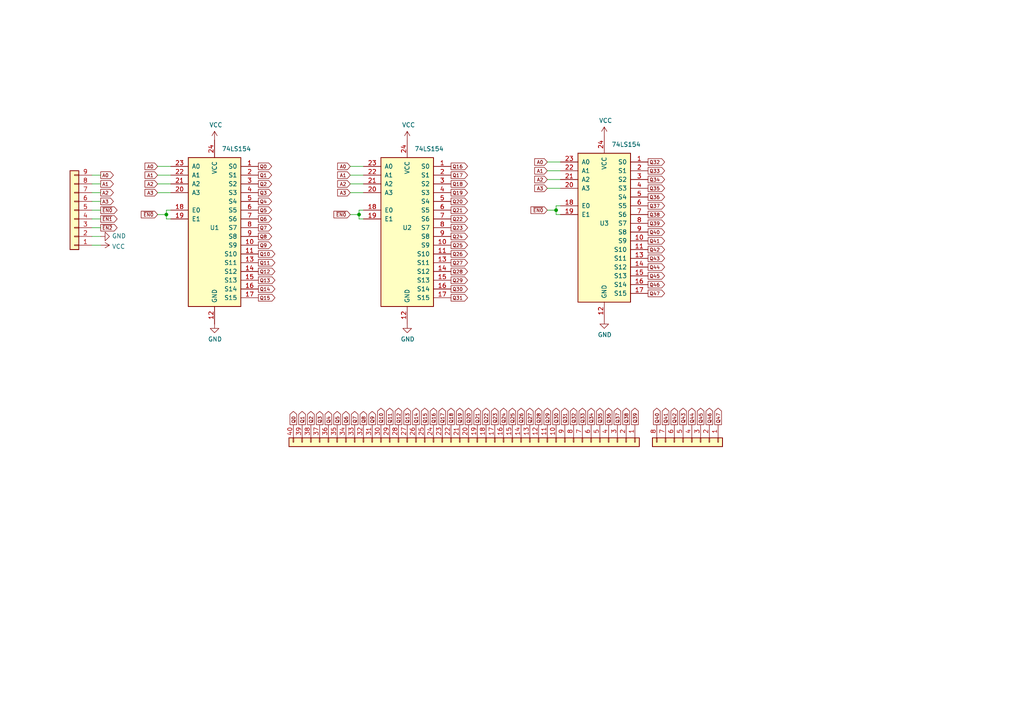
<source format=kicad_sch>
(kicad_sch (version 20211123) (generator eeschema)
  (paper "A4")
  (lib_symbols
    (symbol "74xx:74LS154" (pin_names (offset 1.016))
      (property "Reference" "U" (at -7.62 21.59 0))
      (property "Value" "74LS154" (at -7.62 -24.13 0))
      (symbol "74LS154_1_0"
        (pin output line (at 12.7 17.78 180) (length 5.08) (name "S0") (number "1"))
        (pin output line (at 12.7 -5.08 180) (length 5.08) (name "S9") (number "10"))
        (pin output line (at 12.7 -7.62 180) (length 5.08) (name "S10") (number "11"))
        (pin power_in line (at 0 -27.94 90) (length 5.08) (name "GND") (number "12"))
        (pin output line (at 12.7 -10.16 180) (length 5.08) (name "S11") (number "13"))
        (pin output line (at 12.7 -12.7 180) (length 5.08) (name "S12") (number "14"))
        (pin output line (at 12.7 -15.24 180) (length 5.08) (name "S13") (number "15"))
        (pin output line (at 12.7 -17.78 180) (length 5.08) (name "S14") (number "16"))
        (pin output line (at 12.7 -20.32 180) (length 5.08) (name "S15") (number "17"))
        (pin input line (at -12.7 5.08 0) (length 5.08) (name "E0") (number "18"))
        (pin input line (at -12.7 2.54 0) (length 5.08) (name "E1") (number "19"))
        (pin output line (at 12.7 15.24 180) (length 5.08) (name "S1") (number "2"))
        (pin input line (at -12.7 10.16 0) (length 5.08) (name "A3") (number "20"))
        (pin input line (at -12.7 12.7 0) (length 5.08) (name "A2") (number "21"))
        (pin input line (at -12.7 15.24 0) (length 5.08) (name "A1") (number "22"))
        (pin input line (at -12.7 17.78 0) (length 5.08) (name "A0") (number "23"))
        (pin power_in line (at 0 25.4 270) (length 5.08) (name "VCC") (number "24"))
        (pin output line (at 12.7 12.7 180) (length 5.08) (name "S2") (number "3"))
        (pin output line (at 12.7 10.16 180) (length 5.08) (name "S3") (number "4"))
        (pin output line (at 12.7 7.62 180) (length 5.08) (name "S4") (number "5"))
        (pin output line (at 12.7 5.08 180) (length 5.08) (name "S5") (number "6"))
        (pin output line (at 12.7 2.54 180) (length 5.08) (name "S6") (number "7"))
        (pin output line (at 12.7 0 180) (length 5.08) (name "S7") (number "8"))
        (pin output line (at 12.7 -2.54 180) (length 5.08) (name "S8") (number "9"))
      )
      (symbol "74LS154_1_1"
        (rectangle (start -7.62 20.32) (end 7.62 -22.86) (stroke (width 0.254)) (fill (type background)))
      )
    )
    (symbol "Connector_Generic:Conn_01x08" (pin_names (offset 1.016) hide)
      (property "Reference" "J" (at 0 10.16 0))
      (property "Value" "Conn_01x08" (at 0 -12.7 0))
      (symbol "Conn_01x08_1_1"
        (rectangle (start -1.27 -10.033) (end 0 -10.287) (stroke (width 0.1524)))
        (rectangle (start -1.27 -7.493) (end 0 -7.747) (stroke (width 0.1524)))
        (rectangle (start -1.27 -4.953) (end 0 -5.207) (stroke (width 0.1524)))
        (rectangle (start -1.27 -2.413) (end 0 -2.667) (stroke (width 0.1524)))
        (rectangle (start -1.27 0.127) (end 0 -0.127) (stroke (width 0.1524)))
        (rectangle (start -1.27 2.667) (end 0 2.413) (stroke (width 0.1524)))
        (rectangle (start -1.27 5.207) (end 0 4.953) (stroke (width 0.1524)))
        (rectangle (start -1.27 7.747) (end 0 7.493) (stroke (width 0.1524)))
        (rectangle (start -1.27 8.89) (end 1.27 -11.43) (stroke (width 0.254)) (fill (type background)))
        (pin passive line (at -5.08 7.62 0) (length 3.81) (name "Pin_1") (number "1"))
        (pin passive line (at -5.08 5.08 0) (length 3.81) (name "Pin_2") (number "2"))
        (pin passive line (at -5.08 2.54 0) (length 3.81) (name "Pin_3") (number "3"))
        (pin passive line (at -5.08 0 0) (length 3.81) (name "Pin_4") (number "4"))
        (pin passive line (at -5.08 -2.54 0) (length 3.81) (name "Pin_5") (number "5"))
        (pin passive line (at -5.08 -5.08 0) (length 3.81) (name "Pin_6") (number "6"))
        (pin passive line (at -5.08 -7.62 0) (length 3.81) (name "Pin_7") (number "7"))
        (pin passive line (at -5.08 -10.16 0) (length 3.81) (name "Pin_8") (number "8"))
      )
    )
    (symbol "Connector_Generic:Conn_01x09" (pin_names (offset 1.016) hide)
      (property "Reference" "J" (at 0 12.7 0))
      (property "Value" "Conn_01x09" (at 0 -12.7 0))
      (symbol "Conn_01x09_1_1"
        (rectangle (start -1.27 -10.033) (end 0 -10.287) (stroke (width 0.1524)))
        (rectangle (start -1.27 -7.493) (end 0 -7.747) (stroke (width 0.1524)))
        (rectangle (start -1.27 -4.953) (end 0 -5.207) (stroke (width 0.1524)))
        (rectangle (start -1.27 -2.413) (end 0 -2.667) (stroke (width 0.1524)))
        (rectangle (start -1.27 0.127) (end 0 -0.127) (stroke (width 0.1524)))
        (rectangle (start -1.27 2.667) (end 0 2.413) (stroke (width 0.1524)))
        (rectangle (start -1.27 5.207) (end 0 4.953) (stroke (width 0.1524)))
        (rectangle (start -1.27 7.747) (end 0 7.493) (stroke (width 0.1524)))
        (rectangle (start -1.27 10.287) (end 0 10.033) (stroke (width 0.1524)))
        (rectangle (start -1.27 11.43) (end 1.27 -11.43) (stroke (width 0.254)) (fill (type background)))
        (pin passive line (at -5.08 10.16 0) (length 3.81) (name "Pin_1") (number "1"))
        (pin passive line (at -5.08 7.62 0) (length 3.81) (name "Pin_2") (number "2"))
        (pin passive line (at -5.08 5.08 0) (length 3.81) (name "Pin_3") (number "3"))
        (pin passive line (at -5.08 2.54 0) (length 3.81) (name "Pin_4") (number "4"))
        (pin passive line (at -5.08 0 0) (length 3.81) (name "Pin_5") (number "5"))
        (pin passive line (at -5.08 -2.54 0) (length 3.81) (name "Pin_6") (number "6"))
        (pin passive line (at -5.08 -5.08 0) (length 3.81) (name "Pin_7") (number "7"))
        (pin passive line (at -5.08 -7.62 0) (length 3.81) (name "Pin_8") (number "8"))
        (pin passive line (at -5.08 -10.16 0) (length 3.81) (name "Pin_9") (number "9"))
      )
    )
    (symbol "Connector_Generic:Conn_01x40" (pin_names (offset 1.016) hide)
      (property "Reference" "J" (at 0 50.8 0))
      (property "Value" "Conn_01x40" (at 0 -53.34 0))
      (symbol "Conn_01x40_1_1"
        (rectangle (start -1.27 -50.673) (end 0 -50.927) (stroke (width 0.1524)))
        (rectangle (start -1.27 -48.133) (end 0 -48.387) (stroke (width 0.1524)))
        (rectangle (start -1.27 -45.593) (end 0 -45.847) (stroke (width 0.1524)))
        (rectangle (start -1.27 -43.053) (end 0 -43.307) (stroke (width 0.1524)))
        (rectangle (start -1.27 -40.513) (end 0 -40.767) (stroke (width 0.1524)))
        (rectangle (start -1.27 -37.973) (end 0 -38.227) (stroke (width 0.1524)))
        (rectangle (start -1.27 -35.433) (end 0 -35.687) (stroke (width 0.1524)))
        (rectangle (start -1.27 -32.893) (end 0 -33.147) (stroke (width 0.1524)))
        (rectangle (start -1.27 -30.353) (end 0 -30.607) (stroke (width 0.1524)))
        (rectangle (start -1.27 -27.813) (end 0 -28.067) (stroke (width 0.1524)))
        (rectangle (start -1.27 -25.273) (end 0 -25.527) (stroke (width 0.1524)))
        (rectangle (start -1.27 -22.733) (end 0 -22.987) (stroke (width 0.1524)))
        (rectangle (start -1.27 -20.193) (end 0 -20.447) (stroke (width 0.1524)))
        (rectangle (start -1.27 -17.653) (end 0 -17.907) (stroke (width 0.1524)))
        (rectangle (start -1.27 -15.113) (end 0 -15.367) (stroke (width 0.1524)))
        (rectangle (start -1.27 -12.573) (end 0 -12.827) (stroke (width 0.1524)))
        (rectangle (start -1.27 -10.033) (end 0 -10.287) (stroke (width 0.1524)))
        (rectangle (start -1.27 -7.493) (end 0 -7.747) (stroke (width 0.1524)))
        (rectangle (start -1.27 -4.953) (end 0 -5.207) (stroke (width 0.1524)))
        (rectangle (start -1.27 -2.413) (end 0 -2.667) (stroke (width 0.1524)))
        (rectangle (start -1.27 0.127) (end 0 -0.127) (stroke (width 0.1524)))
        (rectangle (start -1.27 2.667) (end 0 2.413) (stroke (width 0.1524)))
        (rectangle (start -1.27 5.207) (end 0 4.953) (stroke (width 0.1524)))
        (rectangle (start -1.27 7.747) (end 0 7.493) (stroke (width 0.1524)))
        (rectangle (start -1.27 10.287) (end 0 10.033) (stroke (width 0.1524)))
        (rectangle (start -1.27 12.827) (end 0 12.573) (stroke (width 0.1524)))
        (rectangle (start -1.27 15.367) (end 0 15.113) (stroke (width 0.1524)))
        (rectangle (start -1.27 17.907) (end 0 17.653) (stroke (width 0.1524)))
        (rectangle (start -1.27 20.447) (end 0 20.193) (stroke (width 0.1524)))
        (rectangle (start -1.27 22.987) (end 0 22.733) (stroke (width 0.1524)))
        (rectangle (start -1.27 25.527) (end 0 25.273) (stroke (width 0.1524)))
        (rectangle (start -1.27 28.067) (end 0 27.813) (stroke (width 0.1524)))
        (rectangle (start -1.27 30.607) (end 0 30.353) (stroke (width 0.1524)))
        (rectangle (start -1.27 33.147) (end 0 32.893) (stroke (width 0.1524)))
        (rectangle (start -1.27 35.687) (end 0 35.433) (stroke (width 0.1524)))
        (rectangle (start -1.27 38.227) (end 0 37.973) (stroke (width 0.1524)))
        (rectangle (start -1.27 40.767) (end 0 40.513) (stroke (width 0.1524)))
        (rectangle (start -1.27 43.307) (end 0 43.053) (stroke (width 0.1524)))
        (rectangle (start -1.27 45.847) (end 0 45.593) (stroke (width 0.1524)))
        (rectangle (start -1.27 48.387) (end 0 48.133) (stroke (width 0.1524)))
        (rectangle (start -1.27 49.53) (end 1.27 -52.07) (stroke (width 0.254)) (fill (type background)))
        (pin passive line (at -5.08 48.26 0) (length 3.81) (name "Pin_1") (number "1"))
        (pin passive line (at -5.08 25.4 0) (length 3.81) (name "Pin_10") (number "10"))
        (pin passive line (at -5.08 22.86 0) (length 3.81) (name "Pin_11") (number "11"))
        (pin passive line (at -5.08 20.32 0) (length 3.81) (name "Pin_12") (number "12"))
        (pin passive line (at -5.08 17.78 0) (length 3.81) (name "Pin_13") (number "13"))
        (pin passive line (at -5.08 15.24 0) (length 3.81) (name "Pin_14") (number "14"))
        (pin passive line (at -5.08 12.7 0) (length 3.81) (name "Pin_15") (number "15"))
        (pin passive line (at -5.08 10.16 0) (length 3.81) (name "Pin_16") (number "16"))
        (pin passive line (at -5.08 7.62 0) (length 3.81) (name "Pin_17") (number "17"))
        (pin passive line (at -5.08 5.08 0) (length 3.81) (name "Pin_18") (number "18"))
        (pin passive line (at -5.08 2.54 0) (length 3.81) (name "Pin_19") (number "19"))
        (pin passive line (at -5.08 45.72 0) (length 3.81) (name "Pin_2") (number "2"))
        (pin passive line (at -5.08 0 0) (length 3.81) (name "Pin_20") (number "20"))
        (pin passive line (at -5.08 -2.54 0) (length 3.81) (name "Pin_21") (number "21"))
        (pin passive line (at -5.08 -5.08 0) (length 3.81) (name "Pin_22") (number "22"))
        (pin passive line (at -5.08 -7.62 0) (length 3.81) (name "Pin_23") (number "23"))
        (pin passive line (at -5.08 -10.16 0) (length 3.81) (name "Pin_24") (number "24"))
        (pin passive line (at -5.08 -12.7 0) (length 3.81) (name "Pin_25") (number "25"))
        (pin passive line (at -5.08 -15.24 0) (length 3.81) (name "Pin_26") (number "26"))
        (pin passive line (at -5.08 -17.78 0) (length 3.81) (name "Pin_27") (number "27"))
        (pin passive line (at -5.08 -20.32 0) (length 3.81) (name "Pin_28") (number "28"))
        (pin passive line (at -5.08 -22.86 0) (length 3.81) (name "Pin_29") (number "29"))
        (pin passive line (at -5.08 43.18 0) (length 3.81) (name "Pin_3") (number "3"))
        (pin passive line (at -5.08 -25.4 0) (length 3.81) (name "Pin_30") (number "30"))
        (pin passive line (at -5.08 -27.94 0) (length 3.81) (name "Pin_31") (number "31"))
        (pin passive line (at -5.08 -30.48 0) (length 3.81) (name "Pin_32") (number "32"))
        (pin passive line (at -5.08 -33.02 0) (length 3.81) (name "Pin_33") (number "33"))
        (pin passive line (at -5.08 -35.56 0) (length 3.81) (name "Pin_34") (number "34"))
        (pin passive line (at -5.08 -38.1 0) (length 3.81) (name "Pin_35") (number "35"))
        (pin passive line (at -5.08 -40.64 0) (length 3.81) (name "Pin_36") (number "36"))
        (pin passive line (at -5.08 -43.18 0) (length 3.81) (name "Pin_37") (number "37"))
        (pin passive line (at -5.08 -45.72 0) (length 3.81) (name "Pin_38") (number "38"))
        (pin passive line (at -5.08 -48.26 0) (length 3.81) (name "Pin_39") (number "39"))
        (pin passive line (at -5.08 40.64 0) (length 3.81) (name "Pin_4") (number "4"))
        (pin passive line (at -5.08 -50.8 0) (length 3.81) (name "Pin_40") (number "40"))
        (pin passive line (at -5.08 38.1 0) (length 3.81) (name "Pin_5") (number "5"))
        (pin passive line (at -5.08 35.56 0) (length 3.81) (name "Pin_6") (number "6"))
        (pin passive line (at -5.08 33.02 0) (length 3.81) (name "Pin_7") (number "7"))
        (pin passive line (at -5.08 30.48 0) (length 3.81) (name "Pin_8") (number "8"))
        (pin passive line (at -5.08 27.94 0) (length 3.81) (name "Pin_9") (number "9"))
      )
    )
    (symbol "power:GND" (power) (pin_names (offset 0))
      (property "Value" "GND" (at 0 -3.81 0))
      (symbol "GND_0_1"
        (polyline (pts (xy 0 0) (xy 0 -1.27) (xy 1.27 -1.27) (xy 0 -2.54) (xy -1.27 -1.27) (xy 0 -1.27)))
      )
      (symbol "GND_1_1"
        (pin power_in line (at 0 0 270) (length 0) hide (name "GND") (number "1"))
      )
    )
    (symbol "power:VCC" (power) (pin_names (offset 0))
      (property "Value" "VCC" (at 0 3.81 0))
      (symbol "VCC_0_1"
        (polyline (pts (xy -0.762 1.27) (xy 0 2.54)))
        (polyline (pts (xy 0 0) (xy 0 2.54)))
        (polyline (pts (xy 0 2.54) (xy 0.762 1.27)))
      )
      (symbol "VCC_1_1"
        (pin power_in line (at 0 0 90) (length 0) hide (name "VCC") (number "1"))
      )
    )
  )
  (junction (at 161.29 60.96))
  (junction (at 104.14 62.23))
  (junction (at 48.26 62.23))
  (wire (pts (xy 158.75 49.53) (xy 162.56 49.53)))
  (wire (pts (xy 49.53 63.5) (xy 48.26 63.5)))
  (wire (pts (xy 104.14 62.23) (xy 104.14 60.96)))
  (wire (pts (xy 45.72 55.88) (xy 49.53 55.88)))
  (wire (pts (xy 48.26 63.5) (xy 48.26 62.23)))
  (wire (pts (xy 101.6 53.34) (xy 105.41 53.34)))
  (wire (pts (xy 158.75 60.96) (xy 161.29 60.96)))
  (wire (pts (xy 101.6 55.88) (xy 105.41 55.88)))
  (wire (pts (xy 161.29 60.96) (xy 161.29 59.69)))
  (wire (pts (xy 29.21 50.8) (xy 26.67 50.8)))
  (wire (pts (xy 101.6 48.26) (xy 105.41 48.26)))
  (wire (pts (xy 29.21 55.88) (xy 26.67 55.88)))
  (wire (pts (xy 162.56 62.23) (xy 161.29 62.23)))
  (wire (pts (xy 45.72 48.26) (xy 49.53 48.26)))
  (wire (pts (xy 158.75 54.61) (xy 162.56 54.61)))
  (wire (pts (xy 48.26 60.96) (xy 49.53 60.96)))
  (wire (pts (xy 45.72 53.34) (xy 49.53 53.34)))
  (wire (pts (xy 161.29 59.69) (xy 162.56 59.69)))
  (wire (pts (xy 29.21 53.34) (xy 26.67 53.34)))
  (wire (pts (xy 104.14 60.96) (xy 105.41 60.96)))
  (wire (pts (xy 48.26 62.23) (xy 48.26 60.96)))
  (wire (pts (xy 161.29 62.23) (xy 161.29 60.96)))
  (wire (pts (xy 101.6 62.23) (xy 104.14 62.23)))
  (wire (pts (xy 29.21 68.58) (xy 26.67 68.58)))
  (wire (pts (xy 45.72 50.8) (xy 49.53 50.8)))
  (wire (pts (xy 29.21 60.96) (xy 26.67 60.96)))
  (wire (pts (xy 158.75 46.99) (xy 162.56 46.99)))
  (wire (pts (xy 104.14 63.5) (xy 104.14 62.23)))
  (wire (pts (xy 101.6 50.8) (xy 105.41 50.8)))
  (wire (pts (xy 158.75 52.07) (xy 162.56 52.07)))
  (wire (pts (xy 29.21 71.12) (xy 26.67 71.12)))
  (wire (pts (xy 105.41 63.5) (xy 104.14 63.5)))
  (wire (pts (xy 29.21 66.04) (xy 26.67 66.04)))
  (wire (pts (xy 29.21 58.42) (xy 26.67 58.42)))
  (wire (pts (xy 29.21 63.5) (xy 26.67 63.5)))
  (wire (pts (xy 45.72 62.23) (xy 48.26 62.23)))
  (global_label "Q22" (shape output) (at 140.97 123.19 90) (effects (font (size 0.9906 0.9906))) (property "Intersheet References" "${INTERSHEET_REFS}" (effects hide)))
  (global_label "Q30" (shape output) (at 130.81 83.82 0) (effects (font (size 0.9906 0.9906))) (property "Intersheet References" "${INTERSHEET_REFS}" (effects hide)))
  (global_label "Q21" (shape output) (at 138.43 123.19 90) (effects (font (size 0.9906 0.9906))) (property "Intersheet References" "${INTERSHEET_REFS}" (effects hide)))
  (global_label "Q38" (shape output) (at 181.61 123.19 90) (effects (font (size 0.9906 0.9906))) (property "Intersheet References" "${INTERSHEET_REFS}" (effects hide)))
  (global_label "Q2" (shape output) (at 74.93 53.34 0) (effects (font (size 0.9906 0.9906))) (property "Intersheet References" "${INTERSHEET_REFS}" (effects hide)))
  (global_label "Q32" (shape output) (at 187.96 46.99 0) (effects (font (size 0.9906 0.9906))) (property "Intersheet References" "${INTERSHEET_REFS}" (effects hide)))
  (global_label "Q2" (shape output) (at 90.17 123.19 90) (effects (font (size 0.9906 0.9906))) (property "Intersheet References" "${INTERSHEET_REFS}" (effects hide)))
  (global_label "Q13" (shape output) (at 74.93 81.28 0) (effects (font (size 0.9906 0.9906))) (property "Intersheet References" "${INTERSHEET_REFS}" (effects hide)))
  (global_label "Q5" (shape output) (at 74.93 60.96 0) (effects (font (size 0.9906 0.9906))) (property "Intersheet References" "${INTERSHEET_REFS}" (effects hide)))
  (global_label "Q17" (shape output) (at 130.81 50.8 0) (effects (font (size 0.9906 0.9906))) (property "Intersheet References" "${INTERSHEET_REFS}" (effects hide)))
  (global_label "Q22" (shape output) (at 130.81 63.5 0) (effects (font (size 0.9906 0.9906))) (property "Intersheet References" "${INTERSHEET_REFS}" (effects hide)))
  (global_label "~{EN0}" (shape input) (at 158.75 60.96 180) (effects (font (size 0.9906 0.9906))) (property "Intersheet References" "${INTERSHEET_REFS}" (effects hide)))
  (global_label "Q40" (shape output) (at 187.96 67.31 0) (effects (font (size 0.9906 0.9906))) (property "Intersheet References" "${INTERSHEET_REFS}" (effects hide)))
  (global_label "A1" (shape output) (at 29.21 53.34 0) (effects (font (size 0.9906 0.9906))) (property "Intersheet References" "${INTERSHEET_REFS}" (effects hide)))
  (global_label "Q33" (shape output) (at 168.91 123.19 90) (effects (font (size 0.9906 0.9906))) (property "Intersheet References" "${INTERSHEET_REFS}" (effects hide)))
  (global_label "Q28" (shape output) (at 156.21 123.19 90) (effects (font (size 0.9906 0.9906))) (property "Intersheet References" "${INTERSHEET_REFS}" (effects hide)))
  (global_label "Q31" (shape output) (at 163.83 123.19 90) (effects (font (size 0.9906 0.9906))) (property "Intersheet References" "${INTERSHEET_REFS}" (effects hide)))
  (global_label "Q26" (shape output) (at 130.81 73.66 0) (effects (font (size 0.9906 0.9906))) (property "Intersheet References" "${INTERSHEET_REFS}" (effects hide)))
  (global_label "Q14" (shape output) (at 120.65 123.19 90) (effects (font (size 0.9906 0.9906))) (property "Intersheet References" "${INTERSHEET_REFS}" (effects hide)))
  (global_label "A0" (shape input) (at 101.6 48.26 180) (effects (font (size 0.9906 0.9906))) (property "Intersheet References" "${INTERSHEET_REFS}" (effects hide)))
  (global_label "Q33" (shape output) (at 187.96 49.53 0) (effects (font (size 0.9906 0.9906))) (property "Intersheet References" "${INTERSHEET_REFS}" (effects hide)))
  (global_label "Q18" (shape output) (at 130.81 53.34 0) (effects (font (size 0.9906 0.9906))) (property "Intersheet References" "${INTERSHEET_REFS}" (effects hide)))
  (global_label "Q19" (shape output) (at 133.35 123.19 90) (effects (font (size 0.9906 0.9906))) (property "Intersheet References" "${INTERSHEET_REFS}" (effects hide)))
  (global_label "A3" (shape input) (at 158.75 54.61 180) (effects (font (size 0.9906 0.9906))) (property "Intersheet References" "${INTERSHEET_REFS}" (effects hide)))
  (global_label "Q18" (shape output) (at 130.81 123.19 90) (effects (font (size 0.9906 0.9906))) (property "Intersheet References" "${INTERSHEET_REFS}" (effects hide)))
  (global_label "Q0" (shape output) (at 85.09 123.19 90) (effects (font (size 0.9906 0.9906))) (property "Intersheet References" "${INTERSHEET_REFS}" (effects hide)))
  (global_label "Q28" (shape output) (at 130.81 78.74 0) (effects (font (size 0.9906 0.9906))) (property "Intersheet References" "${INTERSHEET_REFS}" (effects hide)))
  (global_label "Q12" (shape output) (at 115.57 123.19 90) (effects (font (size 0.9906 0.9906))) (property "Intersheet References" "${INTERSHEET_REFS}" (effects hide)))
  (global_label "Q10" (shape output) (at 110.49 123.19 90) (effects (font (size 0.9906 0.9906))) (property "Intersheet References" "${INTERSHEET_REFS}" (effects hide)))
  (global_label "A3" (shape output) (at 29.21 58.42 0) (effects (font (size 0.9906 0.9906))) (property "Intersheet References" "${INTERSHEET_REFS}" (effects hide)))
  (global_label "Q41" (shape output) (at 187.96 69.85 0) (effects (font (size 0.9906 0.9906))) (property "Intersheet References" "${INTERSHEET_REFS}" (effects hide)))
  (global_label "Q20" (shape output) (at 135.89 123.19 90) (effects (font (size 0.9906 0.9906))) (property "Intersheet References" "${INTERSHEET_REFS}" (effects hide)))
  (global_label "Q34" (shape output) (at 187.96 52.07 0) (effects (font (size 0.9906 0.9906))) (property "Intersheet References" "${INTERSHEET_REFS}" (effects hide)))
  (global_label "~{EN0}" (shape input) (at 45.72 62.23 180) (effects (font (size 0.9906 0.9906))) (property "Intersheet References" "${INTERSHEET_REFS}" (effects hide)))
  (global_label "Q6" (shape output) (at 74.93 63.5 0) (effects (font (size 0.9906 0.9906))) (property "Intersheet References" "${INTERSHEET_REFS}" (effects hide)))
  (global_label "Q39" (shape output) (at 184.15 123.19 90) (effects (font (size 0.9906 0.9906))) (property "Intersheet References" "${INTERSHEET_REFS}" (effects hide)))
  (global_label "Q23" (shape output) (at 143.51 123.19 90) (effects (font (size 0.9906 0.9906))) (property "Intersheet References" "${INTERSHEET_REFS}" (effects hide)))
  (global_label "Q25" (shape output) (at 130.81 71.12 0) (effects (font (size 0.9906 0.9906))) (property "Intersheet References" "${INTERSHEET_REFS}" (effects hide)))
  (global_label "Q32" (shape output) (at 166.37 123.19 90) (effects (font (size 0.9906 0.9906))) (property "Intersheet References" "${INTERSHEET_REFS}" (effects hide)))
  (global_label "Q35" (shape output) (at 173.99 123.19 90) (effects (font (size 0.9906 0.9906))) (property "Intersheet References" "${INTERSHEET_REFS}" (effects hide)))
  (global_label "Q36" (shape output) (at 176.53 123.19 90) (effects (font (size 0.9906 0.9906))) (property "Intersheet References" "${INTERSHEET_REFS}" (effects hide)))
  (global_label "Q11" (shape output) (at 113.03 123.19 90) (effects (font (size 0.9906 0.9906))) (property "Intersheet References" "${INTERSHEET_REFS}" (effects hide)))
  (global_label "Q26" (shape output) (at 151.13 123.19 90) (effects (font (size 0.9906 0.9906))) (property "Intersheet References" "${INTERSHEET_REFS}" (effects hide)))
  (global_label "A3" (shape input) (at 45.72 55.88 180) (effects (font (size 0.9906 0.9906))) (property "Intersheet References" "${INTERSHEET_REFS}" (effects hide)))
  (global_label "Q36" (shape output) (at 187.96 57.15 0) (effects (font (size 0.9906 0.9906))) (property "Intersheet References" "${INTERSHEET_REFS}" (effects hide)))
  (global_label "Q29" (shape output) (at 158.75 123.19 90) (effects (font (size 0.9906 0.9906))) (property "Intersheet References" "${INTERSHEET_REFS}" (effects hide)))
  (global_label "Q37" (shape output) (at 179.07 123.19 90) (effects (font (size 0.9906 0.9906))) (property "Intersheet References" "${INTERSHEET_REFS}" (effects hide)))
  (global_label "A1" (shape input) (at 101.6 50.8 180) (effects (font (size 0.9906 0.9906))) (property "Intersheet References" "${INTERSHEET_REFS}" (effects hide)))
  (global_label "Q0" (shape output) (at 74.93 48.26 0) (effects (font (size 0.9906 0.9906))) (property "Intersheet References" "${INTERSHEET_REFS}" (effects hide)))
  (global_label "Q1" (shape output) (at 74.93 50.8 0) (effects (font (size 0.9906 0.9906))) (property "Intersheet References" "${INTERSHEET_REFS}" (effects hide)))
  (global_label "Q6" (shape output) (at 100.33 123.19 90) (effects (font (size 0.9906 0.9906))) (property "Intersheet References" "${INTERSHEET_REFS}" (effects hide)))
  (global_label "A3" (shape input) (at 101.6 55.88 180) (effects (font (size 0.9906 0.9906))) (property "Intersheet References" "${INTERSHEET_REFS}" (effects hide)))
  (global_label "Q47" (shape output) (at 208.28 123.19 90) (effects (font (size 0.9906 0.9906))) (property "Intersheet References" "${INTERSHEET_REFS}" (effects hide)))
  (global_label "Q24" (shape output) (at 130.81 68.58 0) (effects (font (size 0.9906 0.9906))) (property "Intersheet References" "${INTERSHEET_REFS}" (effects hide)))
  (global_label "A2" (shape input) (at 101.6 53.34 180) (effects (font (size 0.9906 0.9906))) (property "Intersheet References" "${INTERSHEET_REFS}" (effects hide)))
  (global_label "Q7" (shape output) (at 102.87 123.19 90) (effects (font (size 0.9906 0.9906))) (property "Intersheet References" "${INTERSHEET_REFS}" (effects hide)))
  (global_label "Q44" (shape output) (at 187.96 77.47 0) (effects (font (size 0.9906 0.9906))) (property "Intersheet References" "${INTERSHEET_REFS}" (effects hide)))
  (global_label "Q45" (shape output) (at 187.96 80.01 0) (effects (font (size 0.9906 0.9906))) (property "Intersheet References" "${INTERSHEET_REFS}" (effects hide)))
  (global_label "Q27" (shape output) (at 153.67 123.19 90) (effects (font (size 0.9906 0.9906))) (property "Intersheet References" "${INTERSHEET_REFS}" (effects hide)))
  (global_label "Q38" (shape output) (at 187.96 62.23 0) (effects (font (size 0.9906 0.9906))) (property "Intersheet References" "${INTERSHEET_REFS}" (effects hide)))
  (global_label "Q43" (shape output) (at 198.12 123.19 90) (effects (font (size 0.9906 0.9906))) (property "Intersheet References" "${INTERSHEET_REFS}" (effects hide)))
  (global_label "Q8" (shape output) (at 74.93 68.58 0) (effects (font (size 0.9906 0.9906))) (property "Intersheet References" "${INTERSHEET_REFS}" (effects hide)))
  (global_label "Q40" (shape output) (at 190.5 123.19 90) (effects (font (size 0.9906 0.9906))) (property "Intersheet References" "${INTERSHEET_REFS}" (effects hide)))
  (global_label "~{EN2}" (shape output) (at 29.21 66.04 0) (effects (font (size 0.9906 0.9906))) (property "Intersheet References" "${INTERSHEET_REFS}" (effects hide)))
  (global_label "Q9" (shape output) (at 107.95 123.19 90) (effects (font (size 0.9906 0.9906))) (property "Intersheet References" "${INTERSHEET_REFS}" (effects hide)))
  (global_label "Q29" (shape output) (at 130.81 81.28 0) (effects (font (size 0.9906 0.9906))) (property "Intersheet References" "${INTERSHEET_REFS}" (effects hide)))
  (global_label "Q8" (shape output) (at 105.41 123.19 90) (effects (font (size 0.9906 0.9906))) (property "Intersheet References" "${INTERSHEET_REFS}" (effects hide)))
  (global_label "Q44" (shape output) (at 200.66 123.19 90) (effects (font (size 0.9906 0.9906))) (property "Intersheet References" "${INTERSHEET_REFS}" (effects hide)))
  (global_label "Q10" (shape output) (at 74.93 73.66 0) (effects (font (size 0.9906 0.9906))) (property "Intersheet References" "${INTERSHEET_REFS}" (effects hide)))
  (global_label "Q43" (shape output) (at 187.96 74.93 0) (effects (font (size 0.9906 0.9906))) (property "Intersheet References" "${INTERSHEET_REFS}" (effects hide)))
  (global_label "Q35" (shape output) (at 187.96 54.61 0) (effects (font (size 0.9906 0.9906))) (property "Intersheet References" "${INTERSHEET_REFS}" (effects hide)))
  (global_label "A0" (shape input) (at 158.75 46.99 180) (effects (font (size 0.9906 0.9906))) (property "Intersheet References" "${INTERSHEET_REFS}" (effects hide)))
  (global_label "Q1" (shape output) (at 87.63 123.19 90) (effects (font (size 0.9906 0.9906))) (property "Intersheet References" "${INTERSHEET_REFS}" (effects hide)))
  (global_label "A1" (shape input) (at 158.75 49.53 180) (effects (font (size 0.9906 0.9906))) (property "Intersheet References" "${INTERSHEET_REFS}" (effects hide)))
  (global_label "Q37" (shape output) (at 187.96 59.69 0) (effects (font (size 0.9906 0.9906))) (property "Intersheet References" "${INTERSHEET_REFS}" (effects hide)))
  (global_label "Q16" (shape output) (at 130.81 48.26 0) (effects (font (size 0.9906 0.9906))) (property "Intersheet References" "${INTERSHEET_REFS}" (effects hide)))
  (global_label "Q34" (shape output) (at 171.45 123.19 90) (effects (font (size 0.9906 0.9906))) (property "Intersheet References" "${INTERSHEET_REFS}" (effects hide)))
  (global_label "A1" (shape input) (at 45.72 50.8 180) (effects (font (size 0.9906 0.9906))) (property "Intersheet References" "${INTERSHEET_REFS}" (effects hide)))
  (global_label "Q24" (shape output) (at 146.05 123.19 90) (effects (font (size 0.9906 0.9906))) (property "Intersheet References" "${INTERSHEET_REFS}" (effects hide)))
  (global_label "Q5" (shape output) (at 97.79 123.19 90) (effects (font (size 0.9906 0.9906))) (property "Intersheet References" "${INTERSHEET_REFS}" (effects hide)))
  (global_label "Q31" (shape output) (at 130.81 86.36 0) (effects (font (size 0.9906 0.9906))) (property "Intersheet References" "${INTERSHEET_REFS}" (effects hide)))
  (global_label "Q9" (shape output) (at 74.93 71.12 0) (effects (font (size 0.9906 0.9906))) (property "Intersheet References" "${INTERSHEET_REFS}" (effects hide)))
  (global_label "A0" (shape input) (at 45.72 48.26 180) (effects (font (size 0.9906 0.9906))) (property "Intersheet References" "${INTERSHEET_REFS}" (effects hide)))
  (global_label "Q13" (shape output) (at 118.11 123.19 90) (effects (font (size 0.9906 0.9906))) (property "Intersheet References" "${INTERSHEET_REFS}" (effects hide)))
  (global_label "Q27" (shape output) (at 130.81 76.2 0) (effects (font (size 0.9906 0.9906))) (property "Intersheet References" "${INTERSHEET_REFS}" (effects hide)))
  (global_label "Q12" (shape output) (at 74.93 78.74 0) (effects (font (size 0.9906 0.9906))) (property "Intersheet References" "${INTERSHEET_REFS}" (effects hide)))
  (global_label "A2" (shape input) (at 158.75 52.07 180) (effects (font (size 0.9906 0.9906))) (property "Intersheet References" "${INTERSHEET_REFS}" (effects hide)))
  (global_label "Q20" (shape output) (at 130.81 58.42 0) (effects (font (size 0.9906 0.9906))) (property "Intersheet References" "${INTERSHEET_REFS}" (effects hide)))
  (global_label "~{EN0}" (shape input) (at 101.6 62.23 180) (effects (font (size 0.9906 0.9906))) (property "Intersheet References" "${INTERSHEET_REFS}" (effects hide)))
  (global_label "Q17" (shape output) (at 128.27 123.19 90) (effects (font (size 0.9906 0.9906))) (property "Intersheet References" "${INTERSHEET_REFS}" (effects hide)))
  (global_label "Q30" (shape output) (at 161.29 123.19 90) (effects (font (size 0.9906 0.9906))) (property "Intersheet References" "${INTERSHEET_REFS}" (effects hide)))
  (global_label "Q42" (shape output) (at 195.58 123.19 90) (effects (font (size 0.9906 0.9906))) (property "Intersheet References" "${INTERSHEET_REFS}" (effects hide)))
  (global_label "A2" (shape input) (at 45.72 53.34 180) (effects (font (size 0.9906 0.9906))) (property "Intersheet References" "${INTERSHEET_REFS}" (effects hide)))
  (global_label "Q25" (shape output) (at 148.59 123.19 90) (effects (font (size 0.9906 0.9906))) (property "Intersheet References" "${INTERSHEET_REFS}" (effects hide)))
  (global_label "A2" (shape output) (at 29.21 55.88 0) (effects (font (size 0.9906 0.9906))) (property "Intersheet References" "${INTERSHEET_REFS}" (effects hide)))
  (global_label "Q4" (shape output) (at 74.93 58.42 0) (effects (font (size 0.9906 0.9906))) (property "Intersheet References" "${INTERSHEET_REFS}" (effects hide)))
  (global_label "Q47" (shape output) (at 187.96 85.09 0) (effects (font (size 0.9906 0.9906))) (property "Intersheet References" "${INTERSHEET_REFS}" (effects hide)))
  (global_label "Q23" (shape output) (at 130.81 66.04 0) (effects (font (size 0.9906 0.9906))) (property "Intersheet References" "${INTERSHEET_REFS}" (effects hide)))
  (global_label "Q46" (shape output) (at 187.96 82.55 0) (effects (font (size 0.9906 0.9906))) (property "Intersheet References" "${INTERSHEET_REFS}" (effects hide)))
  (global_label "A0" (shape output) (at 29.21 50.8 0) (effects (font (size 0.9906 0.9906))) (property "Intersheet References" "${INTERSHEET_REFS}" (effects hide)))
  (global_label "~{EN0}" (shape output) (at 29.21 60.96 0) (effects (font (size 0.9906 0.9906))) (property "Intersheet References" "${INTERSHEET_REFS}" (effects hide)))
  (global_label "Q16" (shape output) (at 125.73 123.19 90) (effects (font (size 0.9906 0.9906))) (property "Intersheet References" "${INTERSHEET_REFS}" (effects hide)))
  (global_label "Q7" (shape output) (at 74.93 66.04 0) (effects (font (size 0.9906 0.9906))) (property "Intersheet References" "${INTERSHEET_REFS}" (effects hide)))
  (global_label "Q19" (shape output) (at 130.81 55.88 0) (effects (font (size 0.9906 0.9906))) (property "Intersheet References" "${INTERSHEET_REFS}" (effects hide)))
  (global_label "Q45" (shape output) (at 203.2 123.19 90) (effects (font (size 0.9906 0.9906))) (property "Intersheet References" "${INTERSHEET_REFS}" (effects hide)))
  (global_label "Q15" (shape output) (at 123.19 123.19 90) (effects (font (size 0.9906 0.9906))) (property "Intersheet References" "${INTERSHEET_REFS}" (effects hide)))
  (global_label "Q39" (shape output) (at 187.96 64.77 0) (effects (font (size 0.9906 0.9906))) (property "Intersheet References" "${INTERSHEET_REFS}" (effects hide)))
  (global_label "~{EN1}" (shape output) (at 29.21 63.5 0) (effects (font (size 0.9906 0.9906))) (property "Intersheet References" "${INTERSHEET_REFS}" (effects hide)))
  (global_label "Q4" (shape output) (at 95.25 123.19 90) (effects (font (size 0.9906 0.9906))) (property "Intersheet References" "${INTERSHEET_REFS}" (effects hide)))
  (global_label "Q21" (shape output) (at 130.81 60.96 0) (effects (font (size 0.9906 0.9906))) (property "Intersheet References" "${INTERSHEET_REFS}" (effects hide)))
  (global_label "Q14" (shape output) (at 74.93 83.82 0) (effects (font (size 0.9906 0.9906))) (property "Intersheet References" "${INTERSHEET_REFS}" (effects hide)))
  (global_label "Q3" (shape output) (at 92.71 123.19 90) (effects (font (size 0.9906 0.9906))) (property "Intersheet References" "${INTERSHEET_REFS}" (effects hide)))
  (global_label "Q15" (shape output) (at 74.93 86.36 0) (effects (font (size 0.9906 0.9906))) (property "Intersheet References" "${INTERSHEET_REFS}" (effects hide)))
  (global_label "Q46" (shape output) (at 205.74 123.19 90) (effects (font (size 0.9906 0.9906))) (property "Intersheet References" "${INTERSHEET_REFS}" (effects hide)))
  (global_label "Q3" (shape output) (at 74.93 55.88 0) (effects (font (size 0.9906 0.9906))) (property "Intersheet References" "${INTERSHEET_REFS}" (effects hide)))
  (global_label "Q41" (shape output) (at 193.04 123.19 90) (effects (font (size 0.9906 0.9906))) (property "Intersheet References" "${INTERSHEET_REFS}" (effects hide)))
  (global_label "Q11" (shape output) (at 74.93 76.2 0) (effects (font (size 0.9906 0.9906))) (property "Intersheet References" "${INTERSHEET_REFS}" (effects hide)))
  (global_label "Q42" (shape output) (at 187.96 72.39 0) (effects (font (size 0.9906 0.9906))) (property "Intersheet References" "${INTERSHEET_REFS}" (effects hide)))
  (symbol (lib_id "74xx:74LS154") (at 62.23 66.04 0) (unit 1)
    (property "Reference" "U1" (at 62.23 66.04 0))
    (property "Value" "74LS154" (at 68.58 43.18 0))
    (property "Footprint" "Package_SO:SOIC-24W_7.5x15.4mm_P1.27mm" (effects hide))
    (property "Datasheet" "http://www.ti.com/lit/gpn/sn74LS154" (effects hide))
  )
  (symbol (lib_id "power:VCC") (at 62.23 40.64 0) (unit 1)
    (property "Reference" "#PWR01" (effects hide))
    (property "Value" "VCC" (at 62.611 36.2458 0))
  )
  (symbol (lib_id "power:GND") (at 62.23 93.98 0) (unit 1)
    (property "Reference" "#PWR02" (effects hide))
    (property "Value" "GND" (at 62.357 98.3742 0))
  )
  (symbol (lib_id "74xx:74LS154") (at 118.11 66.04 0) (unit 1)
    (property "Reference" "U2" (at 118.11 66.04 0))
    (property "Value" "74LS154" (at 124.46 43.18 0))
    (property "Footprint" "Package_SO:SOIC-24W_7.5x15.4mm_P1.27mm" (effects hide))
    (property "Datasheet" "http://www.ti.com/lit/gpn/sn74LS154" (effects hide))
  )
  (symbol (lib_id "power:VCC") (at 118.11 40.64 0) (unit 1)
    (property "Reference" "#PWR03" (effects hide))
    (property "Value" "VCC" (at 118.491 36.2458 0))
  )
  (symbol (lib_id "power:GND") (at 118.11 93.98 0) (unit 1)
    (property "Reference" "#PWR04" (effects hide))
    (property "Value" "GND" (at 118.237 98.3742 0))
  )
  (symbol (lib_id "74xx:74LS154") (at 175.26 64.77 0) (unit 1)
    (property "Reference" "U3" (at 175.26 64.77 0))
    (property "Value" "74LS154" (at 181.61 41.91 0))
    (property "Footprint" "Package_SO:SOIC-24W_7.5x15.4mm_P1.27mm" (effects hide))
    (property "Datasheet" "http://www.ti.com/lit/gpn/sn74LS154" (effects hide))
  )
  (symbol (lib_id "power:VCC") (at 175.26 39.37 0) (unit 1)
    (property "Reference" "#PWR05" (effects hide))
    (property "Value" "VCC" (at 175.641 34.9758 0))
  )
  (symbol (lib_id "power:GND") (at 175.26 92.71 0) (unit 1)
    (property "Reference" "#PWR06" (effects hide))
    (property "Value" "GND" (at 175.387 97.1042 0))
  )
  (symbol (lib_id "Connector_Generic:Conn_01x09") (at 21.59 60.96 180) (unit 1)
    (property "Reference" "J1" (effects hide))
    (property "Value" "Conn_01x09" (effects hide))
    (property "Footprint" "Connector_PinHeader_2.54mm:PinHeader_1x09_P2.54mm_Vertical" (effects hide))
  )
  (symbol (lib_id "power:VCC") (at 29.21 71.12 270) (unit 1)
    (property "Reference" "#PWR08" (effects hide))
    (property "Value" "VCC" (at 32.4612 71.501 90) (effects (justify left)))
  )
  (symbol (lib_id "power:GND") (at 29.21 68.58 90) (unit 1)
    (property "Reference" "#PWR07" (effects hide))
    (property "Value" "GND" (at 32.4612 68.453 90) (effects (justify right)))
  )
  (symbol (lib_id "Connector_Generic:Conn_01x40") (at 135.89 128.27 270) (unit 1)
    (property "Reference" "J2" (effects hide))
    (property "Value" "Conn_01x40" (effects hide))
    (property "Footprint" "Connector_PinHeader_2.54mm:PinHeader_1x40_P2.54mm_Vertical" (effects hide))
  )
  (symbol (lib_id "Connector_Generic:Conn_01x08") (at 200.66 128.27 270) (unit 1)
    (property "Reference" "J3" (effects hide))
    (property "Value" "Conn_01x08" (effects hide))
    (property "Footprint" "Connector_PinHeader_2.54mm:PinHeader_1x08_P2.54mm_Vertical" (effects hide))
  )
)
</source>
